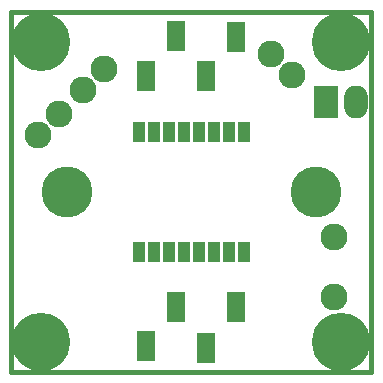
<source format=gbs>
G04 (created by PCBNEW-RS274X (2010-05-05 BZR 2356)-stable) date 12/23/10 16:21:38*
G01*
G70*
G90*
%MOIN*%
G04 Gerber Fmt 3.4, Leading zero omitted, Abs format*
%FSLAX34Y34*%
G04 APERTURE LIST*
%ADD10C,0.005000*%
%ADD11C,0.015000*%
%ADD12C,0.090000*%
%ADD13R,0.080000X0.110000*%
%ADD14O,0.080000X0.110000*%
%ADD15R,0.040000X0.065000*%
%ADD16C,0.195000*%
%ADD17R,0.060000X0.100000*%
%ADD18C,0.170000*%
G04 APERTURE END LIST*
G54D10*
G54D11*
X10000Y-22000D02*
X10000Y-10000D01*
X22000Y-22000D02*
X10000Y-22000D01*
X22000Y-10000D02*
X22000Y-22000D01*
X10000Y-10000D02*
X22000Y-10000D01*
G54D12*
X20750Y-19500D03*
X20750Y-17500D03*
G54D13*
X20500Y-13000D03*
G54D14*
X21500Y-13000D03*
G54D12*
X18646Y-11396D03*
X19354Y-12104D03*
X12396Y-12604D03*
X13104Y-11896D03*
X10896Y-14104D03*
X11604Y-13396D03*
G54D15*
X14250Y-14000D03*
X14750Y-14000D03*
X15250Y-14000D03*
X15750Y-14000D03*
X16250Y-14000D03*
X16750Y-14000D03*
X17250Y-14000D03*
X17750Y-14000D03*
X17750Y-18000D03*
X17250Y-18000D03*
X16750Y-18000D03*
X16250Y-18000D03*
X15750Y-18000D03*
X15250Y-18000D03*
X14750Y-18000D03*
X14250Y-18000D03*
G54D16*
X21000Y-11000D03*
X11000Y-11000D03*
X11000Y-21000D03*
X21000Y-21000D03*
G54D17*
X17500Y-10850D03*
X16500Y-12150D03*
X15500Y-10800D03*
X14500Y-12150D03*
X14500Y-21150D03*
X15500Y-19850D03*
X16500Y-21200D03*
X17500Y-19850D03*
G54D18*
X20150Y-16000D03*
X11850Y-16000D03*
M02*

</source>
